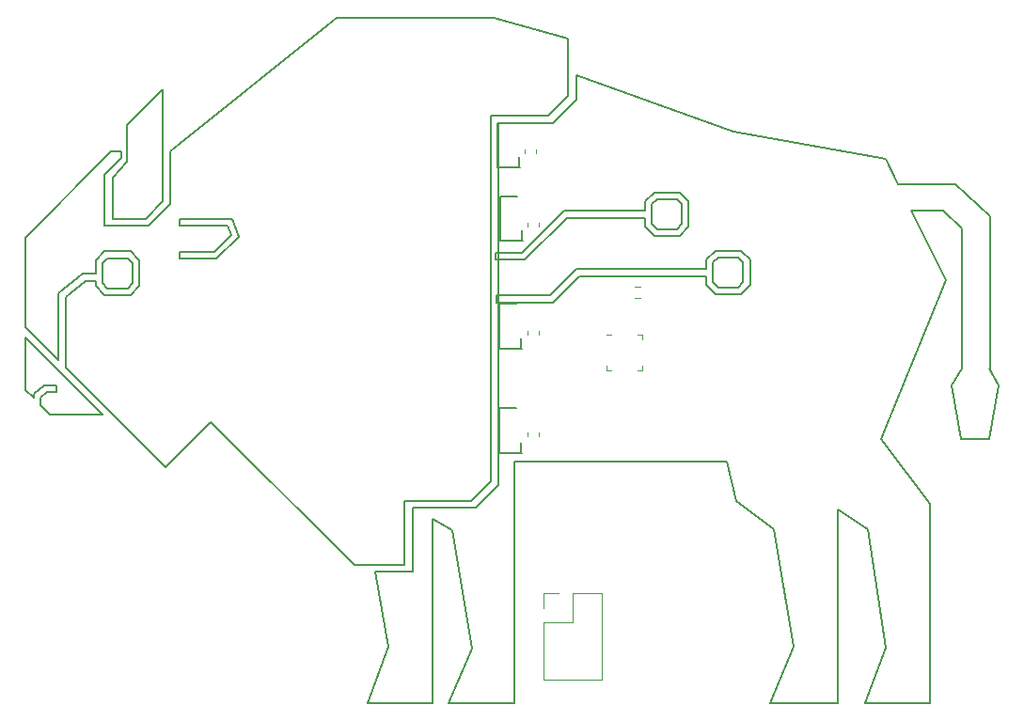
<source format=gbr>
%TF.GenerationSoftware,KiCad,Pcbnew,7.0.1*%
%TF.CreationDate,2024-01-19T17:32:14-06:00*%
%TF.ProjectId,Techno Buffalo,54656368-6e6f-4204-9275-6666616c6f2e,rev?*%
%TF.SameCoordinates,Original*%
%TF.FileFunction,Legend,Top*%
%TF.FilePolarity,Positive*%
%FSLAX46Y46*%
G04 Gerber Fmt 4.6, Leading zero omitted, Abs format (unit mm)*
G04 Created by KiCad (PCBNEW 7.0.1) date 2024-01-19 17:32:14*
%MOMM*%
%LPD*%
G01*
G04 APERTURE LIST*
%ADD10C,0.200000*%
%ADD11C,0.120000*%
G04 APERTURE END LIST*
D10*
X112859600Y-113239300D02*
X112859600Y-112359300D01*
X101142900Y-97936900D02*
X99014100Y-100058000D01*
X128984000Y-147357100D02*
X127153400Y-152284500D01*
X107930100Y-107367600D02*
X107930100Y-109160500D01*
X112859600Y-112359300D02*
X113706800Y-111579800D01*
X135280400Y-105549000D02*
X130124000Y-105549000D01*
X94175400Y-111769800D02*
X93916300Y-111769800D01*
X110632300Y-109160500D02*
X110632300Y-107367600D01*
X60147700Y-103211400D02*
X60147700Y-102621900D01*
X51572000Y-124141800D02*
X52280200Y-124841600D01*
X56964300Y-114282000D02*
X55170700Y-115758500D01*
X100416500Y-97621200D02*
X100416500Y-92500400D01*
X85676400Y-134108800D02*
X91705100Y-134108800D01*
X54318900Y-124282200D02*
X53485000Y-124282200D01*
X107314100Y-107978100D02*
X107314100Y-107112700D01*
X52897000Y-124787800D02*
X52897000Y-125459000D01*
X108406400Y-109636800D02*
X110199300Y-109636800D01*
X61806400Y-114725500D02*
X60999000Y-115561500D01*
X84230600Y-147266300D02*
X82400100Y-152284500D01*
X99014100Y-100058000D02*
X94175400Y-100058000D01*
X54507200Y-115448400D02*
X56727500Y-113618500D01*
X111247600Y-109417500D02*
X110455600Y-110253500D01*
X58951300Y-114945000D02*
X60744100Y-114945000D01*
X110455600Y-106319300D02*
X111247600Y-107112700D01*
X60716200Y-100247200D02*
X60716200Y-103587100D01*
X91705100Y-134108800D02*
X93449800Y-132354300D01*
X112859600Y-113856000D02*
X101437600Y-113856000D01*
X114706200Y-130576900D02*
X115529700Y-134133900D01*
X128638300Y-128538900D02*
X134407300Y-114230300D01*
X58951300Y-112243500D02*
X58488900Y-112676600D01*
X113706800Y-111579800D02*
X116011500Y-111579800D01*
X93743100Y-90583200D02*
X79607100Y-90583200D01*
X110199300Y-106935300D02*
X108406400Y-106935300D01*
X94175400Y-132667900D02*
X92101100Y-134754100D01*
X139216600Y-123693900D02*
X138361000Y-122149000D01*
X116793800Y-114664000D02*
X116011500Y-115514000D01*
X57872200Y-112420700D02*
X58695700Y-111627300D01*
X64180400Y-131097900D02*
X68252900Y-127030300D01*
X134941500Y-123698100D02*
X135756600Y-128533300D01*
X98810900Y-115609000D02*
X101181300Y-113239300D01*
X100416500Y-92500400D02*
X93743100Y-90583200D01*
X115529700Y-134133900D02*
X118917000Y-136657300D01*
X130124000Y-105549000D02*
X128996700Y-103265100D01*
X59227100Y-102621900D02*
X51568300Y-110377100D01*
X94175400Y-112386500D02*
X94175400Y-115609000D01*
X65409600Y-112290800D02*
X65409600Y-111675500D01*
X115313300Y-100836700D02*
X101142900Y-95766900D01*
X54507200Y-121435200D02*
X54507200Y-115448400D01*
X113475600Y-114407700D02*
X113962400Y-114898000D01*
X94175400Y-115609000D02*
X93996600Y-115609000D01*
X86402000Y-140489500D02*
X83065700Y-140489500D01*
X127439800Y-136657300D02*
X128984000Y-147357100D01*
X85676400Y-139843500D02*
X85676400Y-134108800D01*
X93996600Y-115609000D02*
X93996600Y-116225700D01*
X110199300Y-109636800D02*
X110632300Y-109160500D01*
X60999000Y-111627300D02*
X61806400Y-112420700D01*
X107314100Y-108594100D02*
X100295700Y-108594100D01*
X69741200Y-109352600D02*
X65409600Y-109352600D01*
X113475600Y-112614900D02*
X113475600Y-114407700D01*
X100039400Y-107978100D02*
X107314100Y-107978100D01*
X52897000Y-125459000D02*
X53723900Y-126320900D01*
X135756600Y-128533300D02*
X138361000Y-128533300D01*
X107930100Y-109160500D02*
X108406400Y-109636800D01*
X86402000Y-134754100D02*
X86402000Y-140489500D01*
X116011500Y-115514000D02*
X113706800Y-115514000D01*
X58488900Y-112676600D02*
X58488900Y-114469400D01*
X124730600Y-152284500D02*
X124730600Y-134920300D01*
X65409600Y-109352600D02*
X65409600Y-108736500D01*
X93449800Y-132354300D02*
X93449800Y-99412600D01*
X88209500Y-135729100D02*
X89966700Y-136764900D01*
X138361000Y-122149000D02*
X138394000Y-122149000D01*
X93449800Y-99412600D02*
X98619500Y-99412600D01*
X56727500Y-113618500D02*
X57872200Y-113618500D01*
X107314100Y-107112700D02*
X108150800Y-106319300D01*
X101181300Y-113239300D02*
X112859600Y-113239300D01*
X112859600Y-114664000D02*
X112859600Y-113856000D01*
X135839700Y-109555100D02*
X135839700Y-122157400D01*
X113962400Y-114898000D02*
X115755200Y-114898000D01*
X94175400Y-116225700D02*
X94175400Y-115609000D01*
X51568300Y-118478100D02*
X54507200Y-121435200D01*
X138394000Y-108494200D02*
X135280400Y-105549000D01*
X94175400Y-116225700D02*
X94175400Y-132667900D01*
X108406400Y-106935300D02*
X107930100Y-107367600D01*
X108150800Y-106319300D02*
X110455600Y-106319300D01*
X93916300Y-111769800D02*
X93916300Y-112386500D01*
X107314100Y-109417500D02*
X107314100Y-108594100D01*
X57872200Y-113618500D02*
X57872200Y-112420700D01*
X60744100Y-114945000D02*
X61190400Y-114469400D01*
X134407300Y-114230300D02*
X131320900Y-107975300D01*
X127153400Y-152284500D02*
X133030700Y-152284500D01*
X124730600Y-134920300D02*
X127439800Y-136657300D01*
X65409600Y-111675500D02*
X68528000Y-111675500D01*
X53723900Y-126320900D02*
X58494100Y-126320900D01*
X101437600Y-113856000D02*
X99068600Y-116225700D01*
X133030700Y-134401400D02*
X128638300Y-128538900D01*
X93916300Y-112386500D02*
X94175400Y-112386500D01*
X99068600Y-116225700D02*
X94175400Y-116225700D01*
X96260200Y-111769800D02*
X100039400Y-107978100D01*
X55170700Y-115758500D02*
X55170700Y-122093900D01*
X138361000Y-128533300D02*
X139216600Y-123693900D01*
X68780200Y-112290800D02*
X65409600Y-112290800D01*
X116793800Y-112359300D02*
X116793800Y-114664000D01*
X134219400Y-107975300D02*
X135839700Y-109555100D01*
X58494100Y-126320900D02*
X51562000Y-119380000D01*
X93996600Y-116225700D02*
X94175400Y-116225700D01*
X101142900Y-95766900D02*
X101142900Y-97936900D01*
X91734500Y-147448600D02*
X89630100Y-152284500D01*
X60999000Y-115561500D02*
X58695700Y-115561500D01*
X116177800Y-114407700D02*
X116177800Y-112614900D01*
X82400100Y-152284500D02*
X88209500Y-152284500D01*
X64555400Y-102607200D02*
X64555400Y-107407400D01*
X113706800Y-115514000D02*
X112859600Y-114664000D01*
X64555400Y-107407400D02*
X62637500Y-109352600D01*
X94175400Y-112386500D02*
X94175400Y-111769800D01*
X59389200Y-104986000D02*
X59389200Y-108736500D01*
X68528000Y-111675500D02*
X70052000Y-110196300D01*
X110455600Y-110253500D02*
X108150800Y-110253500D01*
X51568300Y-110377100D02*
X51568300Y-118478100D01*
X94175400Y-111769800D02*
X96260200Y-111769800D01*
X63939400Y-97043600D02*
X60716200Y-100247200D01*
X61806400Y-112420700D02*
X61806400Y-114725500D01*
X70173500Y-108736500D02*
X70767200Y-110358300D01*
X113962400Y-112196500D02*
X113475600Y-112614900D01*
X54318900Y-123666200D02*
X54318900Y-124282200D01*
X65409600Y-108736500D02*
X70173500Y-108736500D01*
X128996700Y-103265100D02*
X115313300Y-100836700D01*
X51562000Y-119380000D02*
X51572000Y-124141800D01*
X108150800Y-110253500D02*
X107314100Y-109417500D01*
X100295700Y-108594100D02*
X96515800Y-112386500D01*
X89966700Y-136764900D02*
X91734500Y-147448600D01*
X133030700Y-152284500D02*
X133030700Y-134401400D01*
X89630100Y-152284500D02*
X95616300Y-152284500D01*
X116177800Y-112614900D02*
X115755200Y-112196500D01*
X79607100Y-90583200D02*
X64555400Y-102607200D01*
X110632300Y-107367600D02*
X110199300Y-106935300D01*
X94175400Y-100058000D02*
X94175400Y-111769800D01*
X62637500Y-109352600D02*
X58678200Y-109352600D01*
X62385400Y-108736500D02*
X63939400Y-107153200D01*
X52280200Y-124497300D02*
X53262900Y-123666200D01*
X88209500Y-152284500D02*
X88209500Y-135729100D01*
X115755200Y-114898000D02*
X116177800Y-114407700D01*
X111247600Y-107112700D02*
X111247600Y-109417500D01*
X120747600Y-147266300D02*
X118641800Y-152284500D01*
X60716200Y-103587100D02*
X59389200Y-104986000D01*
X96515800Y-112386500D02*
X94175400Y-112386500D01*
X53262900Y-123666200D02*
X54318900Y-123666200D01*
X61190400Y-114469400D02*
X61190400Y-112676600D01*
X115755200Y-112196500D02*
X113962400Y-112196500D01*
X58695700Y-115561500D02*
X57872200Y-114725500D01*
X57872200Y-114725500D02*
X57872200Y-114282000D01*
X94175400Y-115609000D02*
X98810900Y-115609000D01*
X58678200Y-109352600D02*
X58678200Y-104715700D01*
X57872200Y-114282000D02*
X56964300Y-114282000D01*
X58678200Y-104715700D02*
X60147700Y-103211400D01*
X63939400Y-107153200D02*
X63939400Y-97043600D01*
X59389200Y-108736500D02*
X62385400Y-108736500D01*
X60147700Y-102621900D02*
X59227100Y-102621900D01*
X98619500Y-99412600D02*
X100416500Y-97621200D01*
X70767200Y-110358300D02*
X68780200Y-112290800D01*
X60744100Y-112243500D02*
X58951300Y-112243500D01*
X135839700Y-122157400D02*
X134941500Y-123698100D01*
X83065700Y-140489500D02*
X84230600Y-147266300D01*
X116011500Y-111579800D02*
X116793800Y-112359300D01*
X118917000Y-136657300D02*
X120747600Y-147266300D01*
X58695700Y-111627300D02*
X60999000Y-111627300D01*
X92101100Y-134754100D02*
X86402000Y-134754100D01*
X55170700Y-122093900D02*
X64180400Y-131097900D01*
X58488900Y-114469400D02*
X58951300Y-114945000D01*
X53485000Y-124282200D02*
X52897000Y-124787800D01*
X95616300Y-130576900D02*
X114706200Y-130576900D01*
X95616300Y-152284500D02*
X95616300Y-130576900D01*
X81150600Y-139843500D02*
X85676400Y-139843500D01*
X131320900Y-107975300D02*
X134219400Y-107975300D01*
X68252900Y-127030300D02*
X81150600Y-139843500D01*
X138394000Y-122149000D02*
X138394000Y-108494200D01*
X118641800Y-152284500D02*
X124730600Y-152284500D01*
X52280200Y-124841600D02*
X52280200Y-124497300D01*
X70052000Y-110196300D02*
X69741200Y-109352600D01*
X61190400Y-112676600D02*
X60744100Y-112243500D01*
D11*
%TO.C,R1*%
X106441276Y-114793500D02*
X106950724Y-114793500D01*
X106441276Y-115838500D02*
X106950724Y-115838500D01*
%TO.C,C2*%
X96772000Y-109366267D02*
X96772000Y-109073733D01*
X97792000Y-109366267D02*
X97792000Y-109073733D01*
D10*
%TO.C,D36*%
X94334000Y-110702000D02*
X94334000Y-106702000D01*
X96294000Y-110702000D02*
X96294000Y-109772000D01*
X96304000Y-110702000D02*
X94334000Y-110702000D01*
X95834000Y-106702000D02*
X94334000Y-106702000D01*
D11*
%TO.C,C3*%
X96772000Y-119118767D02*
X96772000Y-118826233D01*
X97792000Y-119118767D02*
X97792000Y-118826233D01*
%TO.C,C4*%
X96772000Y-128262767D02*
X96772000Y-127970233D01*
X97792000Y-128262767D02*
X97792000Y-127970233D01*
D10*
%TO.C,D37*%
X94246000Y-120364000D02*
X94246000Y-116364000D01*
X96206000Y-120364000D02*
X96206000Y-119434000D01*
X96216000Y-120364000D02*
X94246000Y-120364000D01*
X95746000Y-116364000D02*
X94246000Y-116364000D01*
%TO.C,D38*%
X94246000Y-129762000D02*
X94246000Y-125762000D01*
X96206000Y-129762000D02*
X96206000Y-128832000D01*
X96216000Y-129762000D02*
X94246000Y-129762000D01*
X95746000Y-125762000D02*
X94246000Y-125762000D01*
D11*
%TO.C,C1*%
X96518000Y-102762267D02*
X96518000Y-102469733D01*
X97538000Y-102762267D02*
X97538000Y-102469733D01*
D10*
%TO.C,D35*%
X94080000Y-104098000D02*
X94080000Y-100098000D01*
X96040000Y-104098000D02*
X96040000Y-103168000D01*
X96050000Y-104098000D02*
X94080000Y-104098000D01*
X95580000Y-100098000D02*
X94080000Y-100098000D01*
D11*
%TO.C,U1*%
X103874000Y-122368000D02*
X103874000Y-121918000D01*
X104324000Y-119148000D02*
X103874000Y-119148000D01*
X104324000Y-122368000D02*
X103874000Y-122368000D01*
X106644000Y-119148000D02*
X107094000Y-119148000D01*
X106644000Y-122368000D02*
X107094000Y-122368000D01*
X107094000Y-119148000D02*
X107094000Y-119598000D01*
X107094000Y-122368000D02*
X107094000Y-121918000D01*
%TO.C,J3*%
X98238000Y-142434000D02*
X99568000Y-142434000D01*
X98238000Y-143764000D02*
X98238000Y-142434000D01*
X98238000Y-145034000D02*
X98238000Y-150174000D01*
X98238000Y-145034000D02*
X100838000Y-145034000D01*
X98238000Y-150174000D02*
X103438000Y-150174000D01*
X100838000Y-142434000D02*
X103438000Y-142434000D01*
X100838000Y-145034000D02*
X100838000Y-142434000D01*
X103438000Y-142434000D02*
X103438000Y-150174000D01*
%TD*%
M02*

</source>
